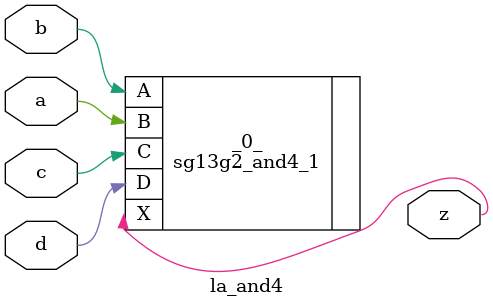
<source format=v>

/* Generated by Yosys 0.44 (git sha1 80ba43d26, g++ 11.4.0-1ubuntu1~22.04 -fPIC -O3) */

(* top =  1  *)
(* src = "generated" *)
module la_and4 (
    a,
    b,
    c,
    d,
    z
);
  (* src = "generated" *)
  input a;
  wire a;
  (* src = "generated" *)
  input b;
  wire b;
  (* src = "generated" *)
  input c;
  wire c;
  (* src = "generated" *)
  input d;
  wire d;
  (* src = "generated" *)
  output z;
  wire z;
  sg13g2_and4_1 _0_ (
      .A(b),
      .B(a),
      .C(c),
      .D(d),
      .X(z)
  );
endmodule

</source>
